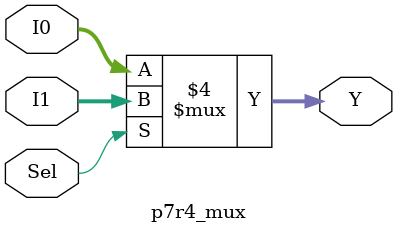
<source format=v>
`timescale 1ns / 1ps


module p7r4_mux(

    input [7:0] I0, I1,
    input Sel,
    output reg [7:0] Y
    
    );
    
    always @ (*)
    begin
       if (Sel == 1) Y = I1;
       else Y = I0; 
   end    
endmodule

</source>
